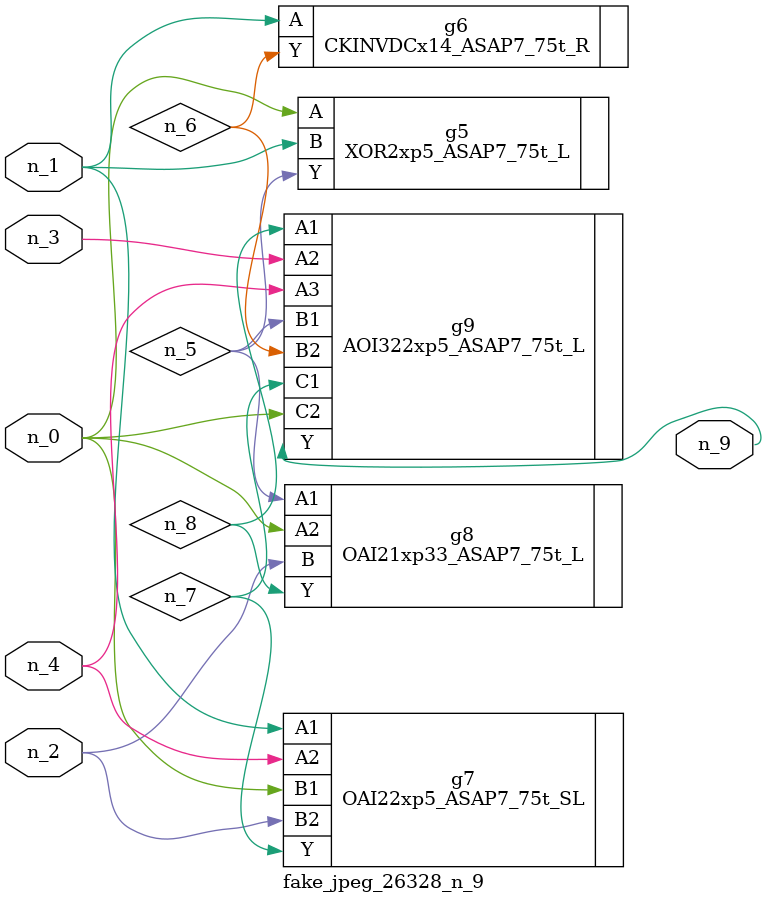
<source format=v>
module fake_jpeg_26328_n_9 (n_3, n_2, n_1, n_0, n_4, n_9);

input n_3;
input n_2;
input n_1;
input n_0;
input n_4;

output n_9;

wire n_8;
wire n_6;
wire n_5;
wire n_7;

XOR2xp5_ASAP7_75t_L g5 ( 
.A(n_0),
.B(n_1),
.Y(n_5)
);

CKINVDCx14_ASAP7_75t_R g6 ( 
.A(n_1),
.Y(n_6)
);

OAI22xp5_ASAP7_75t_SL g7 ( 
.A1(n_1),
.A2(n_4),
.B1(n_0),
.B2(n_2),
.Y(n_7)
);

OAI21xp33_ASAP7_75t_L g8 ( 
.A1(n_5),
.A2(n_0),
.B(n_2),
.Y(n_8)
);

AOI322xp5_ASAP7_75t_L g9 ( 
.A1(n_8),
.A2(n_3),
.A3(n_4),
.B1(n_5),
.B2(n_6),
.C1(n_7),
.C2(n_0),
.Y(n_9)
);


endmodule
</source>
